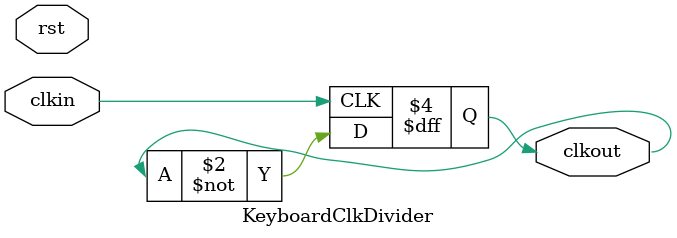
<source format=v>
`timescale 1ns / 1ps


module KeyboardClkDivider(
    input clkin,
    input rst,
    output reg clkout
    );
    
    initial begin
        clkout = 0;
    end
    
    always @(posedge clkin) begin
        clkout = ~clkout;
    end
endmodule

</source>
